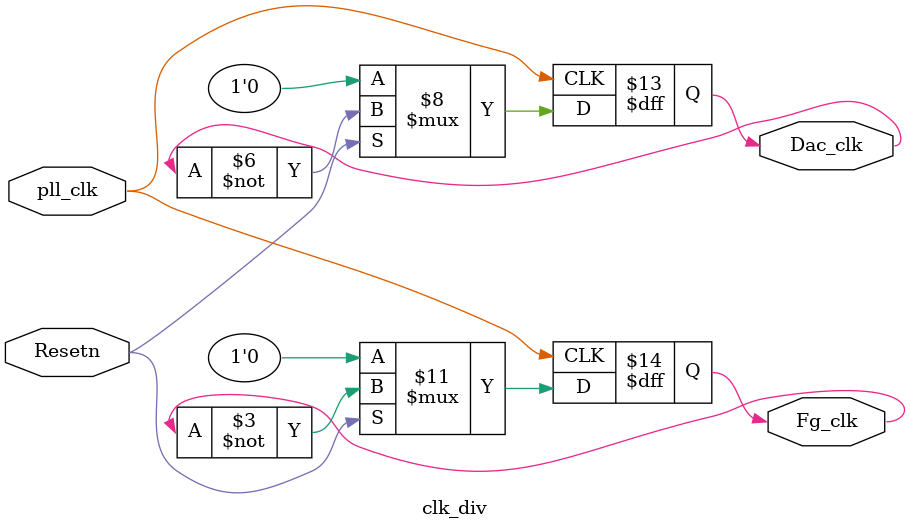
<source format=v>
module clk_div(
    input wire pll_clk,
    input wire Resetn,
    output reg Fg_clk,
    output reg Dac_clk
);
    always @(posedge pll_clk) begin
        if(~Resetn) begin
            Fg_clk <= 0;
        end else Fg_clk <= ~Fg_clk;

    end

    always @(negedge pll_clk) begin
        if(~Resetn) begin
            Dac_clk <= 0;
        end else Dac_clk <= ~Dac_clk;
    end
endmodule

</source>
